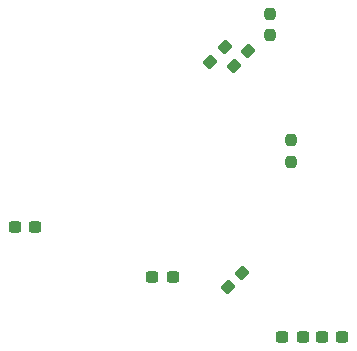
<source format=gbr>
%TF.GenerationSoftware,KiCad,Pcbnew,8.0.8-2.fc41*%
%TF.CreationDate,2025-02-14T21:39:48-05:00*%
%TF.ProjectId,OS-41,4f532d34-312e-46b6-9963-61645f706362,rev?*%
%TF.SameCoordinates,Original*%
%TF.FileFunction,Paste,Bot*%
%TF.FilePolarity,Positive*%
%FSLAX46Y46*%
G04 Gerber Fmt 4.6, Leading zero omitted, Abs format (unit mm)*
G04 Created by KiCad (PCBNEW 8.0.8-2.fc41) date 2025-02-14 21:39:48*
%MOMM*%
%LPD*%
G01*
G04 APERTURE LIST*
G04 Aperture macros list*
%AMRoundRect*
0 Rectangle with rounded corners*
0 $1 Rounding radius*
0 $2 $3 $4 $5 $6 $7 $8 $9 X,Y pos of 4 corners*
0 Add a 4 corners polygon primitive as box body*
4,1,4,$2,$3,$4,$5,$6,$7,$8,$9,$2,$3,0*
0 Add four circle primitives for the rounded corners*
1,1,$1+$1,$2,$3*
1,1,$1+$1,$4,$5*
1,1,$1+$1,$6,$7*
1,1,$1+$1,$8,$9*
0 Add four rect primitives between the rounded corners*
20,1,$1+$1,$2,$3,$4,$5,0*
20,1,$1+$1,$4,$5,$6,$7,0*
20,1,$1+$1,$6,$7,$8,$9,0*
20,1,$1+$1,$8,$9,$2,$3,0*%
G04 Aperture macros list end*
%ADD10RoundRect,0.237500X0.300000X0.237500X-0.300000X0.237500X-0.300000X-0.237500X0.300000X-0.237500X0*%
%ADD11RoundRect,0.237500X-0.044194X-0.380070X0.380070X0.044194X0.044194X0.380070X-0.380070X-0.044194X0*%
%ADD12RoundRect,0.237500X-0.300000X-0.237500X0.300000X-0.237500X0.300000X0.237500X-0.300000X0.237500X0*%
%ADD13RoundRect,0.237500X0.044194X0.380070X-0.380070X-0.044194X-0.044194X-0.380070X0.380070X0.044194X0*%
%ADD14RoundRect,0.237500X0.237500X-0.250000X0.237500X0.250000X-0.237500X0.250000X-0.237500X-0.250000X0*%
G04 APERTURE END LIST*
D10*
%TO.C,C11*%
X127642500Y-125550000D03*
X125917500Y-125550000D03*
%TD*%
D11*
%TO.C,C7*%
X117970240Y-121329760D03*
X119190000Y-120110000D03*
%TD*%
D12*
%TO.C,C9*%
X122574998Y-125550000D03*
X124300000Y-125550000D03*
%TD*%
D13*
%TO.C,C16*%
X117719880Y-101020120D03*
X116500120Y-102239880D03*
%TD*%
D10*
%TO.C,C4*%
X113302500Y-120500000D03*
X111577500Y-120500000D03*
%TD*%
D13*
%TO.C,C14*%
X119679880Y-101370120D03*
X118460120Y-102589880D03*
%TD*%
D14*
%TO.C,R14*%
X123300000Y-110712500D03*
X123300000Y-108887500D03*
%TD*%
D12*
%TO.C,C15*%
X99937499Y-116200000D03*
X101662501Y-116200000D03*
%TD*%
D14*
%TO.C,R13*%
X121500000Y-100000000D03*
X121500000Y-98175000D03*
%TD*%
M02*

</source>
